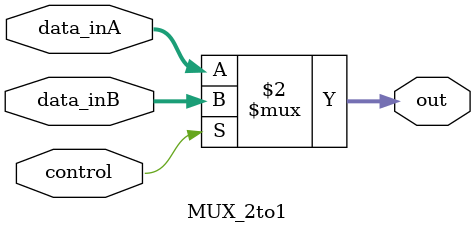
<source format=v>
module MUX_2to1(input wire [15:0] data_inA, input wire [15:0] data_inB, input wire control, output reg [15:0] out);

always@(*) begin

out = control ? data_inB : data_inA;
			// Data B goes it true.   // Data A goes if false.

end
endmodule 
</source>
